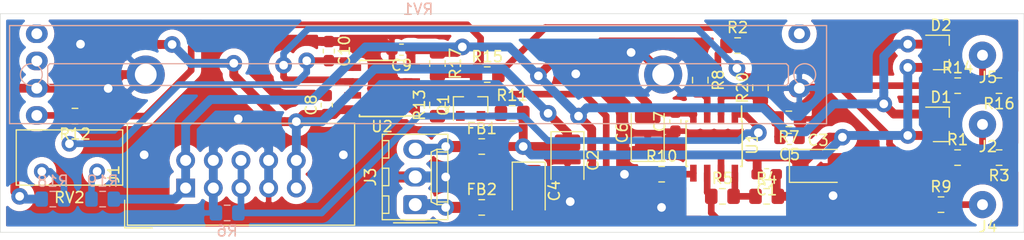
<source format=kicad_pcb>
(kicad_pcb (version 20171130) (host pcbnew 5.1.4-e60b266~84~ubuntu18.04.1)
  (layers (0 F.Cu signal) (31 B.Cu signal) (34 B.Paste user) (35 F.Paste user) (36 B.SilkS user) (37 F.SilkS user) (38 B.Mask user) (39 F.Mask user) (44 Edge.Cuts user))
  (net 0 "")
  (net 1 +5V)
  (net 2 GND)
  (net 3 -5V)
  (net 4 "Net-(C5-Pad2)")
  (net 5 "Net-(D1-Pad3)")
  (net 6 "Net-(D2-Pad3)")
  (net 7 "Net-(FB1-Pad1)")
  (net 8 "Net-(FB2-Pad1)")
  (net 9 "Net-(J1-Pad5)")
  (net 10 "Net-(J2-Pad1)")
  (net 11 "Net-(J4-Pad1)")
  (net 12 "Net-(J5-Pad1)")
  (net 13 "Net-(Q1-PadB)")
  (net 14 "Net-(Q1-PadE)")
  (net 15 "Net-(Q1-PadC)")
  (net 16 "Net-(R2-Pad1)")
  (net 17 "Net-(R4-Pad1)")
  (net 18 "Net-(R5-Pad1)")
  (net 19 "Net-(R10-Pad2)")
  (net 20 "Net-(R12-Pad2)")
  (net 21 "Net-(R12-Pad1)")
  (net 22 "Net-(R18-Pad1)")
  (net 23 "Net-(R19-Pad2)")
  (net 24 "Net-(C10-Pad2)")
  (net 25 "Net-(R20-Pad2)")
  (module synkie_footprints:R_0805_2012Metric_Pad1.15x1.40mm_HandSolder (layer F.Cu) (at 145.9865 57.5945 90)
    (fp_text reference R20 (at 0 -1.65 90) (layer F.SilkS))
    (fp_text value 3k)
    (pad 2 smd roundrect (at 1.025 0 90) (size 1.15 1.4) (layers F.Cu F.Paste F.Mask) (roundrect_rratio 0.217391) (net 25 "Net-(R20-Pad2)"))
    (pad 1 smd roundrect (at -1.025 0 90) (size 1.15 1.4) (layers F.Cu F.Paste F.Mask) (roundrect_rratio 0.217391) (net 4 "Net-(C5-Pad2)"))
  )
  (module synkie_footprints:C_0603_1608Metric_Pad1.05x0.95mm_HandSolder (layer F.Cu) (at 106.3625 54.229 270)
    (fp_text reference C10 (at 0 -1.43 90) (layer F.SilkS))
    (fp_text value 1u)
    (pad 2 smd roundrect (at 0.875 0 270) (size 1.05 0.95) (layers F.Cu F.Paste F.Mask) (net 24 "Net-(C10-Pad2)"))
    (pad 1 smd roundrect (at -0.875 0 270) (size 1.05 0.95) (layers F.Cu F.Paste F.Mask) (net 2 GND))
  )
  (module synkie_footprints:C_0603_1608Metric_Pad1.05x0.95mm_HandSolder (layer F.Cu) (at 148.6535 62.2935 180)
    (fp_text reference C5 (at 0 -1.43) (layer F.SilkS))
    (fp_text value 1u)
    (pad 2 smd roundrect (at 0.875 0 180) (size 1.05 0.95) (layers F.Cu F.Paste F.Mask) (net 4 "Net-(C5-Pad2)"))
    (pad 1 smd roundrect (at -0.875 0 180) (size 1.05 0.95) (layers F.Cu F.Paste F.Mask) (net 2 GND))
  )
  (module synkie_footprints:L_0805_2012Metric_Pad1.15x1.40mm_HandSolder (layer F.Cu) (at 120.396 68.58)
    (fp_text reference FB2 (at 0 -1.65) (layer F.SilkS))
    (fp_text value 330u)
    (pad 1 smd roundrect (at -1.025 0) (size 1.15 1.4) (layers F.Cu F.Paste F.Mask) (roundrect_rratio 0.217391) (net 8 "Net-(FB2-Pad1)"))
    (pad 2 smd roundrect (at 1.025 0) (size 1.15 1.4) (layers F.Cu F.Paste F.Mask) (roundrect_rratio 0.217391) (net 3 -5V))
  )
  (module synkie_footprints:L_0805_2012Metric_Pad1.15x1.40mm_HandSolder (layer F.Cu) (at 120.396 62.992)
    (fp_text reference FB1 (at 0 -1.65) (layer F.SilkS))
    (fp_text value 330u)
    (pad 1 smd roundrect (at -1.025 0) (size 1.15 1.4) (layers F.Cu F.Paste F.Mask) (roundrect_rratio 0.217391) (net 7 "Net-(FB1-Pad1)"))
    (pad 2 smd roundrect (at 1.025 0) (size 1.15 1.4) (layers F.Cu F.Paste F.Mask) (roundrect_rratio 0.217391) (net 1 +5V))
  )
  (module synkie_footprints:Potentiometer_Alps_RS6011xP_Slide (layer B.Cu) (at 114.554 56.388)
    (fp_text reference RV1 (at 0 -6) (layer B.SilkS) (effects (justify mirror)))
    (fp_text value 10k)
    (pad 5 thru_hole circle (at 22.5 0) (size 3.500001 3.500001) (drill 2) (layers *.Cu *.Mask) (net 2 GND))
    (pad 4 thru_hole circle (at -25 0) (size 3.500001 3.500001) (drill 2) (layers *.Cu *.Mask) (net 2 GND))
    (pad 3B thru_hole oval (at 35 -3.75) (size 2 1.7) (drill 1) (layers *.Cu *.Mask))
    (pad 3 thru_hole oval (at 35 1.25) (size 2 1.7) (drill 1) (layers *.Cu *.Mask) (net 2 GND))
    (pad 1B thru_hole oval (at -35 -3.75) (size 2 1.7) (drill 1) (layers *.Cu *.Mask))
    (pad 2B thru_hole oval (at -35 -1.25) (size 2 1.7) (drill 1) (layers *.Cu *.Mask))
    (pad 1 thru_hole oval (at -35 1.25) (size 2 1.7) (drill 1) (layers *.Cu *.Mask) (net 1 +5V))
    (pad 2 thru_hole oval (at -35 3.75) (size 2 1.7) (drill 1) (layers *.Cu *.Mask) (net 20 "Net-(R12-Pad2)"))
  )
  (module synkie_footprints:SOIC-8_3.9x4.9mm_P1.27mm (layer F.Cu) (at 111.252 57.658 180)
    (fp_text reference U2 (at 0 -3.5) (layer F.SilkS))
    (fp_text value LMH6643)
    (pad 8 smd rect (at 2.7 -1.905 180) (size 1.55 0.6) (layers F.Cu F.Paste F.Mask) (net 1 +5V))
    (pad 7 smd rect (at 2.7 -0.635 180) (size 1.55 0.6) (layers F.Cu F.Paste F.Mask) (net 25 "Net-(R20-Pad2)"))
    (pad 6 smd rect (at 2.7 0.635 180) (size 1.55 0.6) (layers F.Cu F.Paste F.Mask) (net 25 "Net-(R20-Pad2)"))
    (pad 5 smd rect (at 2.7 1.905 180) (size 1.55 0.6) (layers F.Cu F.Paste F.Mask) (net 24 "Net-(C10-Pad2)"))
    (pad 4 smd rect (at -2.7 1.905 180) (size 1.55 0.6) (layers F.Cu F.Paste F.Mask) (net 3 -5V))
    (pad 3 smd rect (at -2.7 0.635 180) (size 1.55 0.6) (layers F.Cu F.Paste F.Mask) (net 2 GND))
    (pad 2 smd rect (at -2.7 -0.635 180) (size 1.55 0.6) (layers F.Cu F.Paste F.Mask) (net 21 "Net-(R12-Pad1)"))
    (pad 1 smd rect (at -2.7 -1.905 180) (size 1.55 0.6) (layers F.Cu F.Paste F.Mask) (net 13 "Net-(Q1-PadB)"))
  )
  (module synkie_footprints:SOIC-8_3.9x4.9mm_P1.27mm (layer F.Cu) (at 141.732 62.738 270)
    (fp_text reference U1 (at 0 -3.5 90) (layer F.SilkS))
    (fp_text value LT1228)
    (pad 8 smd rect (at 2.7 -1.905 270) (size 1.55 0.6) (layers F.Cu F.Paste F.Mask) (net 17 "Net-(R4-Pad1)"))
    (pad 7 smd rect (at 2.7 -0.635 270) (size 1.55 0.6) (layers F.Cu F.Paste F.Mask) (net 1 +5V))
    (pad 6 smd rect (at 2.7 0.635 270) (size 1.55 0.6) (layers F.Cu F.Paste F.Mask) (net 18 "Net-(R5-Pad1)"))
    (pad 5 smd rect (at 2.7 1.905 270) (size 1.55 0.6) (layers F.Cu F.Paste F.Mask) (net 19 "Net-(R10-Pad2)"))
    (pad 4 smd rect (at -2.7 1.905 270) (size 1.55 0.6) (layers F.Cu F.Paste F.Mask) (net 3 -5V))
    (pad 3 smd rect (at -2.7 0.635 270) (size 1.55 0.6) (layers F.Cu F.Paste F.Mask) (net 16 "Net-(R2-Pad1)"))
    (pad 2 smd rect (at -2.7 -0.635 270) (size 1.55 0.6) (layers F.Cu F.Paste F.Mask) (net 4 "Net-(C5-Pad2)"))
    (pad 1 smd rect (at -2.7 -1.905 270) (size 1.55 0.6) (layers F.Cu F.Paste F.Mask) (net 9 "Net-(J1-Pad5)"))
  )
  (module synkie_footprints:Potentiometer_Bourns_3296Y_Vertical (layer F.Cu) (at 80.01 65.278 180)
    (fp_text reference RV2 (at -2.54 -2.39) (layer F.SilkS))
    (fp_text value 500)
    (pad 1 thru_hole circle (at 0 0 180) (size 1.44 1.44) (drill 0.8) (layers *.Cu *.Mask) (net 22 "Net-(R18-Pad1)"))
    (pad 2 thru_hole circle (at -2.54 2.54 180) (size 1.44 1.44) (drill 0.8) (layers *.Cu *.Mask) (net 24 "Net-(C10-Pad2)"))
    (pad 3 thru_hole circle (at -5.08 0 180) (size 1.44 1.44) (drill 0.8) (layers *.Cu *.Mask) (net 23 "Net-(R19-Pad2)"))
  )
  (module synkie_footprints:R_0805_2012Metric_Pad1.15x1.40mm_HandSolder (layer B.Cu) (at 85.598 67.818 180)
    (fp_text reference R19 (at 0 1.65) (layer B.SilkS) (effects (justify mirror)))
    (fp_text value 3k)
    (pad 2 smd roundrect (at 1.025 0 180) (size 1.15 1.4) (layers B.Cu B.Paste B.Mask) (roundrect_rratio 0.217391) (net 23 "Net-(R19-Pad2)"))
    (pad 1 smd roundrect (at -1.025 0 180) (size 1.15 1.4) (layers B.Cu B.Paste B.Mask) (roundrect_rratio 0.217391) (net 3 -5V))
  )
  (module synkie_footprints:R_0805_2012Metric_Pad1.15x1.40mm_HandSolder (layer B.Cu) (at 81.026 67.818 180)
    (fp_text reference R18 (at 0 1.65) (layer B.SilkS) (effects (justify mirror)))
    (fp_text value 3k)
    (pad 2 smd roundrect (at 1.025 0 180) (size 1.15 1.4) (layers B.Cu B.Paste B.Mask) (roundrect_rratio 0.217391) (net 1 +5V))
    (pad 1 smd roundrect (at -1.025 0 180) (size 1.15 1.4) (layers B.Cu B.Paste B.Mask) (roundrect_rratio 0.217391) (net 22 "Net-(R18-Pad1)"))
  )
  (module synkie_footprints:R_0805_2012Metric_Pad1.15x1.40mm_HandSolder (layer F.Cu) (at 116.332 55.372 270)
    (fp_text reference R17 (at 0 -1.65 90) (layer F.SilkS))
    (fp_text value 22k)
    (pad 2 smd roundrect (at 1.025 0 270) (size 1.15 1.4) (layers F.Cu F.Paste F.Mask) (roundrect_rratio 0.217391) (net 21 "Net-(R12-Pad1)"))
    (pad 1 smd roundrect (at -1.025 0 270) (size 1.15 1.4) (layers F.Cu F.Paste F.Mask) (roundrect_rratio 0.217391) (net 3 -5V))
  )
  (module synkie_footprints:R_0805_2012Metric_Pad1.15x1.40mm_HandSolder (layer F.Cu) (at 167.885 57.404 180)
    (fp_text reference R16 (at 0 -1.65) (layer F.SilkS))
    (fp_text value 47k)
    (pad 2 smd roundrect (at 1.025 0 180) (size 1.15 1.4) (layers F.Cu F.Paste F.Mask) (roundrect_rratio 0.217391) (net 12 "Net-(J5-Pad1)"))
    (pad 1 smd roundrect (at -1.025 0 180) (size 1.15 1.4) (layers F.Cu F.Paste F.Mask) (roundrect_rratio 0.217391) (net 2 GND))
  )
  (module synkie_footprints:R_0805_2012Metric_Pad1.15x1.40mm_HandSolder (layer F.Cu) (at 120.904 56.388)
    (fp_text reference R15 (at 0 -1.65) (layer F.SilkS))
    (fp_text value 22k)
    (pad 2 smd roundrect (at 1.025 0) (size 1.15 1.4) (layers F.Cu F.Paste F.Mask) (roundrect_rratio 0.217391) (net 6 "Net-(D2-Pad3)"))
    (pad 1 smd roundrect (at -1.025 0) (size 1.15 1.4) (layers F.Cu F.Paste F.Mask) (roundrect_rratio 0.217391) (net 21 "Net-(R12-Pad1)"))
  )
  (module synkie_footprints:R_0805_2012Metric_Pad1.15x1.40mm_HandSolder (layer F.Cu) (at 164.093 57.404)
    (fp_text reference R14 (at 0 -1.65) (layer F.SilkS))
    (fp_text value 100)
    (pad 2 smd roundrect (at 1.025 0) (size 1.15 1.4) (layers F.Cu F.Paste F.Mask) (roundrect_rratio 0.217391) (net 12 "Net-(J5-Pad1)"))
    (pad 1 smd roundrect (at -1.025 0) (size 1.15 1.4) (layers F.Cu F.Paste F.Mask) (roundrect_rratio 0.217391) (net 6 "Net-(D2-Pad3)"))
  )
  (module synkie_footprints:R_0805_2012Metric_Pad1.15x1.40mm_HandSolder (layer F.Cu) (at 116.332 59.182 90)
    (fp_text reference R13 (at 0 -1.65 90) (layer F.SilkS))
    (fp_text value 20k)
    (pad 2 smd roundrect (at 1.025 0 90) (size 1.15 1.4) (layers F.Cu F.Paste F.Mask) (roundrect_rratio 0.217391) (net 21 "Net-(R12-Pad1)"))
    (pad 1 smd roundrect (at -1.025 0 90) (size 1.15 1.4) (layers F.Cu F.Paste F.Mask) (roundrect_rratio 0.217391) (net 13 "Net-(Q1-PadB)"))
  )
  (module synkie_footprints:R_0805_2012Metric_Pad1.15x1.40mm_HandSolder (layer F.Cu) (at 83.058 60.198 180)
    (fp_text reference R12 (at 0 -1.65) (layer F.SilkS))
    (fp_text value 100k)
    (pad 2 smd roundrect (at 1.025 0 180) (size 1.15 1.4) (layers F.Cu F.Paste F.Mask) (roundrect_rratio 0.217391) (net 20 "Net-(R12-Pad2)"))
    (pad 1 smd roundrect (at -1.025 0 180) (size 1.15 1.4) (layers F.Cu F.Paste F.Mask) (roundrect_rratio 0.217391) (net 21 "Net-(R12-Pad1)"))
  )
  (module synkie_footprints:R_0805_2012Metric_Pad1.15x1.40mm_HandSolder (layer F.Cu) (at 123.19 59.944)
    (fp_text reference R11 (at 0 -1.65) (layer F.SilkS))
    (fp_text value 2k2)
    (pad 2 smd roundrect (at 1.025 0) (size 1.15 1.4) (layers F.Cu F.Paste F.Mask) (roundrect_rratio 0.217391) (net 1 +5V))
    (pad 1 smd roundrect (at -1.025 0) (size 1.15 1.4) (layers F.Cu F.Paste F.Mask) (roundrect_rratio 0.217391) (net 14 "Net-(Q1-PadE)"))
  )
  (module synkie_footprints:R_0805_2012Metric_Pad1.15x1.40mm_HandSolder (layer F.Cu) (at 136.915 65.532)
    (fp_text reference R10 (at 0 -1.65) (layer F.SilkS))
    (fp_text value 1k)
    (pad 2 smd roundrect (at 1.025 0) (size 1.15 1.4) (layers F.Cu F.Paste F.Mask) (roundrect_rratio 0.217391) (net 19 "Net-(R10-Pad2)"))
    (pad 1 smd roundrect (at -1.025 0) (size 1.15 1.4) (layers F.Cu F.Paste F.Mask) (roundrect_rratio 0.217391) (net 15 "Net-(Q1-PadC)"))
  )
  (module synkie_footprints:R_0805_2012Metric_Pad1.15x1.40mm_HandSolder (layer F.Cu) (at 162.56 68.326)
    (fp_text reference R9 (at 0 -1.65) (layer F.SilkS))
    (fp_text value 75)
    (pad 2 smd roundrect (at 1.025 0) (size 1.15 1.4) (layers F.Cu F.Paste F.Mask) (roundrect_rratio 0.217391) (net 11 "Net-(J4-Pad1)"))
    (pad 1 smd roundrect (at -1.025 0) (size 1.15 1.4) (layers F.Cu F.Paste F.Mask) (roundrect_rratio 0.217391) (net 18 "Net-(R5-Pad1)"))
  )
  (module synkie_footprints:R_0805_2012Metric_Pad1.15x1.40mm_HandSolder (layer F.Cu) (at 140.462 56.896 270)
    (fp_text reference R8 (at 0 -1.65 90) (layer F.SilkS))
    (fp_text value 100)
    (pad 2 smd roundrect (at 1.025 0 270) (size 1.15 1.4) (layers F.Cu F.Paste F.Mask) (roundrect_rratio 0.217391) (net 16 "Net-(R2-Pad1)"))
    (pad 1 smd roundrect (at -1.025 0 270) (size 1.15 1.4) (layers F.Cu F.Paste F.Mask) (roundrect_rratio 0.217391) (net 2 GND))
  )
  (module synkie_footprints:R_0805_2012Metric_Pad1.15x1.40mm_HandSolder (layer F.Cu) (at 148.59 60.452 180)
    (fp_text reference R7 (at 0 -1.65) (layer F.SilkS))
    (fp_text value 100)
    (pad 2 smd roundrect (at 1.025 0 180) (size 1.15 1.4) (layers F.Cu F.Paste F.Mask) (roundrect_rratio 0.217391) (net 4 "Net-(C5-Pad2)"))
    (pad 1 smd roundrect (at -1.025 0 180) (size 1.15 1.4) (layers F.Cu F.Paste F.Mask) (roundrect_rratio 0.217391) (net 2 GND))
  )
  (module synkie_footprints:R_0805_2012Metric_Pad1.15x1.40mm_HandSolder (layer B.Cu) (at 97.028 69.088)
    (fp_text reference R6 (at 0 1.65) (layer B.SilkS) (effects (justify mirror)))
    (fp_text value 560)
    (pad 2 smd roundrect (at 1.025 0) (size 1.15 1.4) (layers B.Cu B.Paste B.Mask) (roundrect_rratio 0.217391) (net 9 "Net-(J1-Pad5)"))
    (pad 1 smd roundrect (at -1.025 0) (size 1.15 1.4) (layers B.Cu B.Paste B.Mask) (roundrect_rratio 0.217391) (net 2 GND))
  )
  (module synkie_footprints:R_0805_2012Metric_Pad1.15x1.40mm_HandSolder (layer F.Cu) (at 142.494 67.564)
    (fp_text reference R5 (at 0 -1.65) (layer F.SilkS))
    (fp_text value 560)
    (pad 2 smd roundrect (at 1.025 0) (size 1.15 1.4) (layers F.Cu F.Paste F.Mask) (roundrect_rratio 0.217391) (net 17 "Net-(R4-Pad1)"))
    (pad 1 smd roundrect (at -1.025 0) (size 1.15 1.4) (layers F.Cu F.Paste F.Mask) (roundrect_rratio 0.217391) (net 18 "Net-(R5-Pad1)"))
  )
  (module synkie_footprints:R_0805_2012Metric_Pad1.15x1.40mm_HandSolder (layer F.Cu) (at 146.558 67.564)
    (fp_text reference R4 (at 0 -1.65) (layer F.SilkS))
    (fp_text value 120)
    (pad 2 smd roundrect (at 1.025 0) (size 1.15 1.4) (layers F.Cu F.Paste F.Mask) (roundrect_rratio 0.217391) (net 2 GND))
    (pad 1 smd roundrect (at -1.025 0) (size 1.15 1.4) (layers F.Cu F.Paste F.Mask) (roundrect_rratio 0.217391) (net 17 "Net-(R4-Pad1)"))
  )
  (module synkie_footprints:R_0805_2012Metric_Pad1.15x1.40mm_HandSolder (layer F.Cu) (at 167.894 64.008 180)
    (fp_text reference R3 (at 0 -1.65) (layer F.SilkS))
    (fp_text value 47k)
    (pad 2 smd roundrect (at 1.025 0 180) (size 1.15 1.4) (layers F.Cu F.Paste F.Mask) (roundrect_rratio 0.217391) (net 10 "Net-(J2-Pad1)"))
    (pad 1 smd roundrect (at -1.025 0 180) (size 1.15 1.4) (layers F.Cu F.Paste F.Mask) (roundrect_rratio 0.217391) (net 2 GND))
  )
  (module synkie_footprints:R_0805_2012Metric_Pad1.15x1.40mm_HandSolder (layer F.Cu) (at 143.891 53.721)
    (fp_text reference R2 (at 0 -1.65) (layer F.SilkS))
    (fp_text value 1k)
    (pad 2 smd roundrect (at 1.025 0) (size 1.15 1.4) (layers F.Cu F.Paste F.Mask) (roundrect_rratio 0.217391) (net 5 "Net-(D1-Pad3)"))
    (pad 1 smd roundrect (at -1.025 0) (size 1.15 1.4) (layers F.Cu F.Paste F.Mask) (roundrect_rratio 0.217391) (net 16 "Net-(R2-Pad1)"))
  )
  (module synkie_footprints:R_0805_2012Metric_Pad1.15x1.40mm_HandSolder (layer F.Cu) (at 164.084 64.008)
    (fp_text reference R1 (at 0 -1.65) (layer F.SilkS))
    (fp_text value 100)
    (pad 2 smd roundrect (at 1.025 0) (size 1.15 1.4) (layers F.Cu F.Paste F.Mask) (roundrect_rratio 0.217391) (net 10 "Net-(J2-Pad1)"))
    (pad 1 smd roundrect (at -1.025 0) (size 1.15 1.4) (layers F.Cu F.Paste F.Mask) (roundrect_rratio 0.217391) (net 5 "Net-(D1-Pad3)"))
  )
  (module synkie_footprints:SOT-23_BEC (layer F.Cu) (at 119.38 59.182 90)
    (fp_text reference Q1 (at 0 -2.5 90) (layer F.SilkS))
    (fp_text value PNP)
    (pad B smd rect (at -1 -0.95 90) (size 0.9 0.8) (layers F.Cu F.Paste F.Mask) (net 13 "Net-(Q1-PadB)"))
    (pad E smd rect (at -1 0.95 90) (size 0.9 0.8) (layers F.Cu F.Paste F.Mask) (net 14 "Net-(Q1-PadE)"))
    (pad C smd rect (at 1 0 90) (size 0.9 0.8) (layers F.Cu F.Paste F.Mask) (net 15 "Net-(Q1-PadC)"))
  )
  (module synkie_footprints:Solderpad_1mm (layer F.Cu) (at 166.878 54.864)
    (fp_text reference J5 (at 0 1.778) (layer F.SilkS))
    (fp_text value CV_1)
    (pad 1 thru_hole circle (at -0.508 -0.254) (size 2.5 2.5) (drill 1) (layers *.Cu *.Mask) (net 12 "Net-(J5-Pad1)"))
  )
  (module synkie_footprints:Solderpad_1mm (layer F.Cu) (at 166.878 68.58)
    (fp_text reference J4 (at 0 1.778) (layer F.SilkS))
    (fp_text value Out)
    (pad 1 thru_hole circle (at -0.508 -0.254) (size 2.5 2.5) (drill 1) (layers *.Cu *.Mask) (net 11 "Net-(J4-Pad1)"))
  )
  (module synkie_footprints:Molex_KK-254_AE-6410-03A_1x03_P2.54mm_Vertical (layer F.Cu) (at 114.3 68.326 90)
    (fp_text reference J3 (at 2.54 -4.12 90) (layer F.SilkS))
    (fp_text value Power)
    (pad 3 thru_hole oval (at 5.08 0 90) (size 1.74 2.2) (drill 1.2) (layers *.Cu *.Mask) (net 7 "Net-(FB1-Pad1)"))
    (pad 2 thru_hole oval (at 2.54 0 90) (size 1.74 2.2) (drill 1.2) (layers *.Cu *.Mask) (net 2 GND))
    (pad 1 thru_hole roundrect (at 0 0 90) (size 1.74 2.2) (drill 1.2) (layers *.Cu *.Mask) (roundrect_rratio 0.143678) (net 8 "Net-(FB2-Pad1)"))
  )
  (module synkie_footprints:Solderpad_1mm (layer F.Cu) (at 166.878 61.214)
    (fp_text reference J2 (at 0 1.778) (layer F.SilkS))
    (fp_text value In_1)
    (pad 1 thru_hole circle (at -0.508 -0.254) (size 2.5 2.5) (drill 1) (layers *.Cu *.Mask) (net 10 "Net-(J2-Pad1)"))
  )
  (module synkie_footprints:IDC-Header_2x05_P2.54mm_Vertical (layer F.Cu) (at 93.218 66.802 90)
    (fp_text reference J1 (at 1.27 -6.604 90) (layer F.SilkS))
    (fp_text value Conn_01x10)
    (pad 1 thru_hole rect (at 0 0 90) (size 1.7272 1.7272) (drill 1.016) (layers *.Cu *.Mask) (net 3 -5V))
    (pad 2 thru_hole oval (at 2.54 0 90) (size 1.7272 1.7272) (drill 1.016) (layers *.Cu *.Mask) (net 3 -5V))
    (pad 3 thru_hole oval (at 0 2.54 90) (size 1.7272 1.7272) (drill 1.016) (layers *.Cu *.Mask) (net 2 GND))
    (pad 4 thru_hole oval (at 2.54 2.54 90) (size 1.7272 1.7272) (drill 1.016) (layers *.Cu *.Mask) (net 2 GND))
    (pad 5 thru_hole oval (at 0 5.08 90) (size 1.7272 1.7272) (drill 1.016) (layers *.Cu *.Mask) (net 9 "Net-(J1-Pad5)"))
    (pad 6 thru_hole oval (at 2.54 5.08 90) (size 1.7272 1.7272) (drill 1.016) (layers *.Cu *.Mask) (net 9 "Net-(J1-Pad5)"))
    (pad 7 thru_hole oval (at 0 7.62 90) (size 1.7272 1.7272) (drill 1.016) (layers *.Cu *.Mask) (net 2 GND))
    (pad 8 thru_hole oval (at 2.54 7.62 90) (size 1.7272 1.7272) (drill 1.016) (layers *.Cu *.Mask) (net 2 GND))
    (pad 9 thru_hole oval (at 0 10.16 90) (size 1.7272 1.7272) (drill 1.016) (layers *.Cu *.Mask) (net 1 +5V))
    (pad 10 thru_hole oval (at 2.54 10.16 90) (size 1.7272 1.7272) (drill 1.016) (layers *.Cu *.Mask) (net 1 +5V))
  )
  (module synkie_footprints:SOT-23 (layer F.Cu) (at 162.56 54.356)
    (fp_text reference D2 (at 0 -2.5) (layer F.SilkS))
    (fp_text value BAT54S)
    (pad 3 smd rect (at 1 0) (size 0.9 0.8) (layers F.Cu F.Paste F.Mask) (net 6 "Net-(D2-Pad3)"))
    (pad 2 smd rect (at -1 0.95) (size 0.9 0.8) (layers F.Cu F.Paste F.Mask) (net 1 +5V))
    (pad 1 smd rect (at -1 -0.95) (size 0.9 0.8) (layers F.Cu F.Paste F.Mask) (net 3 -5V))
  )
  (module synkie_footprints:SOT-23 (layer F.Cu) (at 162.56 60.96)
    (fp_text reference D1 (at 0 -2.5) (layer F.SilkS))
    (fp_text value BAT54S)
    (pad 3 smd rect (at 1 0) (size 0.9 0.8) (layers F.Cu F.Paste F.Mask) (net 5 "Net-(D1-Pad3)"))
    (pad 2 smd rect (at -1 0.95) (size 0.9 0.8) (layers F.Cu F.Paste F.Mask) (net 1 +5V))
    (pad 1 smd rect (at -1 -0.95) (size 0.9 0.8) (layers F.Cu F.Paste F.Mask) (net 3 -5V))
  )
  (module synkie_footprints:C_0603_1608Metric_Pad1.05x0.95mm_HandSolder (layer F.Cu) (at 113.03 54.102 180)
    (fp_text reference C9 (at 0 -1.43) (layer F.SilkS))
    (fp_text value 100n)
    (pad 2 smd roundrect (at 0.875 0 180) (size 1.05 0.95) (layers F.Cu F.Paste F.Mask) (net 2 GND))
    (pad 1 smd roundrect (at -0.875 0 180) (size 1.05 0.95) (layers F.Cu F.Paste F.Mask) (net 3 -5V))
  )
  (module synkie_footprints:C_0603_1608Metric_Pad1.05x0.95mm_HandSolder (layer F.Cu) (at 106.172 59.182 90)
    (fp_text reference C8 (at 0 -1.43 90) (layer F.SilkS))
    (fp_text value 100n)
    (pad 2 smd roundrect (at 0.875 0 90) (size 1.05 0.95) (layers F.Cu F.Paste F.Mask) (net 2 GND))
    (pad 1 smd roundrect (at -0.875 0 90) (size 1.05 0.95) (layers F.Cu F.Paste F.Mask) (net 1 +5V))
  )
  (module synkie_footprints:C_0603_1608Metric_Pad1.05x0.95mm_HandSolder (layer F.Cu) (at 138.176 60.706 90)
    (fp_text reference C7 (at 0 -1.43 90) (layer F.SilkS))
    (fp_text value 100n)
    (pad 2 smd roundrect (at 0.875 0 90) (size 1.05 0.95) (layers F.Cu F.Paste F.Mask) (net 3 -5V))
    (pad 1 smd roundrect (at -0.875 0 90) (size 1.05 0.95) (layers F.Cu F.Paste F.Mask) (net 2 GND))
  )
  (module synkie_footprints:CP_EIA-3528-21_Kemet-B_Pad1.50x2.35mm_HandSolder (layer F.Cu) (at 135.636 61.722 90)
    (fp_text reference C6 (at 0 -2.35 90) (layer F.SilkS))
    (fp_text value 4u7)
    (pad 1 smd roundrect (at -1.625 0 90) (size 1.5 2.35) (layers F.Cu F.Paste F.Mask) (roundrect_rratio 0.166667) (net 2 GND))
    (pad 2 smd roundrect (at 1.625 0 90) (size 1.5 2.35) (layers F.Cu F.Paste F.Mask) (roundrect_rratio 0.166667) (net 3 -5V))
  )
  (module synkie_footprints:CP_EIA-3528-21_Kemet-B_Pad1.50x2.35mm_HandSolder (layer F.Cu) (at 124.714 67.056 270)
    (fp_text reference C4 (at 0 -2.35 90) (layer F.SilkS))
    (fp_text value 10u)
    (pad 2 smd roundrect (at 1.625 0 270) (size 1.5 2.35) (layers F.Cu F.Paste F.Mask) (roundrect_rratio 0.166667) (net 3 -5V))
    (pad 1 smd roundrect (at -1.625 0 270) (size 1.5 2.35) (layers F.Cu F.Paste F.Mask) (roundrect_rratio 0.166667) (net 2 GND))
  )
  (module synkie_footprints:CP_EIA-3528-21_Kemet-B_Pad1.50x2.35mm_HandSolder (layer F.Cu) (at 151.283 64.77)
    (fp_text reference C3 (at 0 -2.35) (layer F.SilkS))
    (fp_text value 4u7)
    (pad 2 smd roundrect (at 1.625 0) (size 1.5 2.35) (layers F.Cu F.Paste F.Mask) (roundrect_rratio 0.166667) (net 2 GND))
    (pad 1 smd roundrect (at -1.625 0) (size 1.5 2.35) (layers F.Cu F.Paste F.Mask) (roundrect_rratio 0.166667) (net 1 +5V))
  )
  (module synkie_footprints:CP_EIA-3528-21_Kemet-B_Pad1.50x2.35mm_HandSolder (layer F.Cu) (at 128.27 64.262 270)
    (fp_text reference C2 (at 0 -2.35 90) (layer F.SilkS))
    (fp_text value 10u)
    (pad 2 smd roundrect (at 1.625 0 270) (size 1.5 2.35) (layers F.Cu F.Paste F.Mask) (roundrect_rratio 0.166667) (net 2 GND))
    (pad 1 smd roundrect (at -1.625 0 270) (size 1.5 2.35) (layers F.Cu F.Paste F.Mask) (roundrect_rratio 0.166667) (net 1 +5V))
  )
  (module synkie_footprints:C_0603_1608Metric_Pad1.05x0.95mm_HandSolder (layer F.Cu) (at 146.558 65.532 180)
    (fp_text reference C1 (at 0 -1.43) (layer F.SilkS))
    (fp_text value 100n)
    (pad 2 smd roundrect (at 0.875 0 180) (size 1.05 0.95) (layers F.Cu F.Paste F.Mask) (net 1 +5V))
    (pad 1 smd roundrect (at -0.875 0 180) (size 1.05 0.95) (layers F.Cu F.Paste F.Mask) (net 2 GND))
  )
  (gr_line (start 76.2 70.866) (end 76.2 50.8) (layer Edge.Cuts) (width 0.05))
  (gr_line (start 170.18 70.866) (end 76.2 70.866) (layer Edge.Cuts) (width 0.05))
  (gr_line (start 170.18 50.8) (end 170.18 70.866) (layer Edge.Cuts) (width 0.05))
  (gr_line (start 76.2 50.8) (end 170.18 50.8) (layer Edge.Cuts) (width 0.05))
  (segment (start 103.378 64.262) (end 103.378 66.802) (width 0.8128) (layer B.Cu) (net 1))
  (segment (start 127.915 62.992) (end 128.27 62.637) (width 0.8128) (layer F.Cu) (net 1))
  (segment (start 124.206 60.753) (end 124.206 62.992) (width 0.8128) (layer F.Cu) (net 1))
  (segment (start 124.215 60.744) (end 124.206 60.753) (width 0.8128) (layer F.Cu) (net 1))
  (segment (start 124.215 59.944) (end 124.215 60.744) (width 0.8128) (layer F.Cu) (net 1))
  (segment (start 121.8835 62.992) (end 124.206 62.992) (width 0.8128) (layer F.Cu) (net 1))
  (segment (start 124.206 62.992) (end 127.915 62.992) (width 0.8128) (layer F.Cu) (net 1))
  (via (at 159.512 61.976) (size 1.524) (drill 0.8) (layers F.Cu B.Cu) (net 1))
  (segment (start 161.494 61.976) (end 161.56 61.91) (width 0.8128) (layer F.Cu) (net 1))
  (segment (start 159.512 61.976) (end 161.494 61.976) (width 0.8128) (layer F.Cu) (net 1))
  (via (at 159.512 55.7276) (size 1.524) (drill 0.8) (layers F.Cu B.Cu) (net 1))
  (segment (start 161.1384 55.7276) (end 161.56 55.306) (width 0.8128) (layer F.Cu) (net 1))
  (segment (start 159.512 55.7276) (end 161.1384 55.7276) (width 0.8128) (layer F.Cu) (net 1))
  (via (at 126.492 59.944) (size 1.524) (drill 0.8) (layers F.Cu B.Cu) (net 1))
  (via (at 91.975999 53.621999) (size 1.524) (drill 0.8) (layers F.Cu B.Cu) (net 1))
  (segment (start 128.27 62.637) (end 128.27 61.722) (width 0.8128) (layer F.Cu) (net 1))
  (segment (start 128.27 61.722) (end 126.492 59.944) (width 0.8128) (layer F.Cu) (net 1))
  (segment (start 124.206 62.992) (end 124.206 62.992) (width 0.8128) (layer F.Cu) (net 1))
  (via (at 124.206 62.992) (size 1.524) (drill 0.8) (layers F.Cu B.Cu) (net 1))
  (segment (start 142.367 64.0534) (end 142.671801 63.748599) (width 0.6096) (layer F.Cu) (net 1))
  (segment (start 142.671801 63.748599) (end 144.668521 63.748599) (width 0.6096) (layer F.Cu) (net 1))
  (segment (start 142.367 65.438) (end 142.367 64.0534) (width 0.6096) (layer F.Cu) (net 1))
  (segment (start 144.869212 63.94929) (end 144.668521 63.748599) (width 0.8128) (layer F.Cu) (net 1))
  (segment (start 149.658 64.77) (end 148.83729 63.94929) (width 0.8128) (layer F.Cu) (net 1))
  (segment (start 145.683 64.121) (end 145.85471 63.94929) (width 0.8128) (layer F.Cu) (net 1))
  (segment (start 145.683 65.532) (end 145.683 64.121) (width 0.8128) (layer F.Cu) (net 1))
  (segment (start 148.83729 63.94929) (end 145.85471 63.94929) (width 0.8128) (layer F.Cu) (net 1))
  (segment (start 145.85471 63.94929) (end 144.869212 63.94929) (width 0.8128) (layer F.Cu) (net 1))
  (via (at 97.63759 55.347243) (size 1.524) (drill 0.8) (layers F.Cu B.Cu) (net 1))
  (via (at 103.378018 60.706022) (size 1.524) (drill 0.8) (layers F.Cu B.Cu) (net 1))
  (segment (start 103.378 60.70604) (end 103.378018 60.706022) (width 0.8128) (layer B.Cu) (net 1))
  (segment (start 103.378 64.262) (end 103.378 60.70604) (width 0.8128) (layer B.Cu) (net 1))
  (segment (start 101.918739 60.706022) (end 102.300388 60.706022) (width 0.8128) (layer F.Cu) (net 1))
  (segment (start 97.63759 55.347243) (end 97.63759 56.424873) (width 0.8128) (layer F.Cu) (net 1))
  (segment (start 102.300388 60.706022) (end 103.378018 60.706022) (width 0.8128) (layer F.Cu) (net 1))
  (segment (start 97.63759 56.424873) (end 101.918739 60.706022) (width 0.8128) (layer F.Cu) (net 1))
  (segment (start 107.268999 59.609001) (end 108.552 59.609001) (width 0.8128) (layer F.Cu) (net 1))
  (segment (start 106.172 60.057) (end 106.821 60.057) (width 0.8128) (layer F.Cu) (net 1))
  (segment (start 106.821 60.057) (end 107.268999 59.609001) (width 0.8128) (layer F.Cu) (net 1))
  (segment (start 104.02704 60.057) (end 103.378018 60.706022) (width 0.8128) (layer F.Cu) (net 1))
  (segment (start 106.172 60.057) (end 104.02704 60.057) (width 0.8128) (layer F.Cu) (net 1))
  (segment (start 149.658 64.77) (end 152.292124 62.135876) (width 0.8128) (layer F.Cu) (net 1))
  (segment (start 151.882885 63.763129) (end 152.748139 62.897875) (width 0.8128) (layer B.Cu) (net 1))
  (segment (start 124.206 62.992) (end 124.977129 63.763129) (width 0.8128) (layer B.Cu) (net 1))
  (segment (start 159.512 61.976) (end 153.670014 61.976) (width 0.8128) (layer B.Cu) (net 1))
  (segment (start 124.977129 63.763129) (end 151.882885 63.763129) (width 0.8128) (layer B.Cu) (net 1))
  (segment (start 152.748139 62.897875) (end 153.510138 62.135876) (width 0.8128) (layer B.Cu) (net 1))
  (segment (start 152.292124 62.135876) (end 152.432508 62.135876) (width 0.8128) (layer F.Cu) (net 1))
  (segment (start 153.670014 61.976) (end 153.510138 62.135876) (width 0.8128) (layer B.Cu) (net 1))
  (segment (start 152.432508 62.135876) (end 153.510138 62.135876) (width 0.8128) (layer F.Cu) (net 1))
  (via (at 153.510138 62.135876) (size 1.524) (drill 0.8) (layers F.Cu B.Cu) (net 1))
  (segment (start 86.332001 53.621999) (end 90.898369 53.621999) (width 0.8128) (layer F.Cu) (net 1))
  (segment (start 90.898369 53.621999) (end 91.975999 53.621999) (width 0.8128) (layer F.Cu) (net 1))
  (segment (start 79.554 57.638) (end 82.316 57.638) (width 0.8128) (layer F.Cu) (net 1))
  (segment (start 82.316 57.638) (end 86.332001 53.621999) (width 0.8128) (layer F.Cu) (net 1))
  (via (at 77.978 67.564) (size 1.524) (drill 0.8) (layers F.Cu B.Cu) (net 1))
  (segment (start 77.53799 67.12399) (end 77.978 67.564) (width 0.8128) (layer F.Cu) (net 1))
  (segment (start 77.53799 57.84121) (end 77.53799 67.12399) (width 0.8128) (layer F.Cu) (net 1))
  (segment (start 79.554 57.638) (end 77.7412 57.638) (width 0.8128) (layer F.Cu) (net 1))
  (segment (start 77.7412 57.638) (end 77.53799 57.84121) (width 0.8128) (layer F.Cu) (net 1))
  (segment (start 78.232 67.818) (end 77.978 67.564) (width 0.8128) (layer B.Cu) (net 1))
  (segment (start 80.001 67.818) (end 78.232 67.818) (width 0.8128) (layer B.Cu) (net 1))
  (segment (start 104.455648 60.706022) (end 103.378018 60.706022) (width 0.8128) (layer B.Cu) (net 1))
  (segment (start 105.72563 60.706022) (end 104.455648 60.706022) (width 0.8128) (layer B.Cu) (net 1))
  (segment (start 110.551652 55.88) (end 105.72563 60.706022) (width 0.8128) (layer B.Cu) (net 1))
  (segment (start 126.492 59.944) (end 122.428 55.88) (width 0.8128) (layer B.Cu) (net 1))
  (segment (start 122.428 55.88) (end 110.551652 55.88) (width 0.8128) (layer B.Cu) (net 1))
  (segment (start 91.975999 53.621999) (end 93.726 55.372) (width 0.8128) (layer B.Cu) (net 1))
  (segment (start 93.750757 55.347243) (end 97.63759 55.347243) (width 0.8128) (layer B.Cu) (net 1))
  (segment (start 93.726 55.372) (end 93.750757 55.347243) (width 0.8128) (layer B.Cu) (net 1))
  (segment (start 159.512 61.976) (end 159.512 55.7276) (width 0.8128) (layer B.Cu) (net 1))
  (segment (start 168.91 63.999) (end 168.919 64.008) (width 0.8128) (layer F.Cu) (net 2))
  (segment (start 168.91 57.404) (end 168.91 63.999) (width 0.8128) (layer F.Cu) (net 2))
  (segment (start 136.41 63.347) (end 138.176 61.581) (width 0.8128) (layer F.Cu) (net 2))
  (segment (start 135.636 63.347) (end 136.41 63.347) (width 0.8128) (layer F.Cu) (net 2))
  (segment (start 100.838 64.262) (end 100.838 66.802) (width 0.8128) (layer B.Cu) (net 2))
  (segment (start 95.758 64.262) (end 95.758 66.802) (width 0.8128) (layer B.Cu) (net 2))
  (segment (start 100.847 64.253) (end 100.838 64.262) (width 0.8128) (layer B.Cu) (net 2))
  (segment (start 125.17 65.887) (end 124.714 65.431) (width 0.8128) (layer F.Cu) (net 2))
  (segment (start 128.27 65.887) (end 125.17 65.887) (width 0.8128) (layer F.Cu) (net 2))
  (segment (start 113.404902 57.027807) (end 113.952 57.027807) (width 0.6096) (layer F.Cu) (net 2))
  (segment (start 112.505885 57.027807) (end 113.404902 57.027807) (width 0.6096) (layer F.Cu) (net 2))
  (segment (start 112.155 54.102) (end 112.155 56.676922) (width 0.6096) (layer F.Cu) (net 2))
  (segment (start 112.155 56.676922) (end 112.505885 57.027807) (width 0.6096) (layer F.Cu) (net 2))
  (segment (start 112.059399 57.474293) (end 112.505885 57.027807) (width 1.016) (layer F.Cu) (net 2))
  (segment (start 112.184 65.786) (end 112.059399 65.661399) (width 1.016) (layer F.Cu) (net 2))
  (segment (start 114.3 65.786) (end 112.184 65.786) (width 1.016) (layer F.Cu) (net 2))
  (segment (start 112.013999 62.230001) (end 112.059399 62.184601) (width 0.8128) (layer F.Cu) (net 2))
  (segment (start 112.059399 62.184601) (end 112.059399 57.474293) (width 1.016) (layer F.Cu) (net 2))
  (segment (start 112.059399 65.661399) (end 112.059399 62.184601) (width 1.016) (layer F.Cu) (net 2))
  (segment (start 95.758 68.843) (end 96.003 69.088) (width 0.8128) (layer B.Cu) (net 2))
  (segment (start 95.758 66.802) (end 95.758 68.843) (width 0.8128) (layer B.Cu) (net 2))
  (segment (start 95.758 63.040686) (end 95.758 64.262) (width 0.8128) (layer B.Cu) (net 2))
  (segment (start 96.416287 62.382399) (end 95.758 63.040686) (width 0.8128) (layer B.Cu) (net 2))
  (segment (start 100.838 63.040686) (end 100.179713 62.382399) (width 0.8128) (layer B.Cu) (net 2))
  (segment (start 100.838 64.262) (end 100.838 63.040686) (width 0.8128) (layer B.Cu) (net 2))
  (via (at 98.044 60.452) (size 1.524) (drill 0.8) (layers F.Cu B.Cu) (net 2))
  (segment (start 100.179713 62.382399) (end 98.145601 62.382399) (width 0.8128) (layer B.Cu) (net 2))
  (segment (start 98.145601 62.382399) (end 96.416287 62.382399) (width 0.8128) (layer B.Cu) (net 2))
  (segment (start 150.185442 57.638) (end 149.554 57.638) (width 0.8128) (layer F.Cu) (net 2))
  (segment (start 149.139 58.053) (end 149.554 57.638) (width 0.8128) (layer F.Cu) (net 2))
  (segment (start 168.919 64.808) (end 168.919 64.008) (width 0.8128) (layer F.Cu) (net 2))
  (segment (start 168.00299 65.72401) (end 168.919 64.808) (width 0.8128) (layer F.Cu) (net 2))
  (via (at 136.906 68.58) (size 1.524) (drill 0.8) (layers F.Cu B.Cu) (net 2))
  (via (at 152.654 67.50201) (size 1.524) (drill 0.8) (layers F.Cu B.Cu) (net 2))
  (via (at 128.524 68.046968) (size 1.524) (drill 0.8) (layers F.Cu B.Cu) (net 2))
  (segment (start 128.27 65.887) (end 128.27 67.792968) (width 0.8128) (layer F.Cu) (net 2))
  (segment (start 128.27 67.792968) (end 128.524 68.046968) (width 0.8128) (layer F.Cu) (net 2))
  (segment (start 129.057032 68.58) (end 128.524 68.046968) (width 0.8128) (layer B.Cu) (net 2))
  (segment (start 136.906 68.58) (end 133.35 68.58) (width 0.8128) (layer B.Cu) (net 2))
  (segment (start 133.35 68.58) (end 129.057032 68.58) (width 0.8128) (layer B.Cu) (net 2))
  (segment (start 133.5024 64.2056) (end 133.5024 65.541129) (width 0.8128) (layer F.Cu) (net 2))
  (segment (start 135.636 63.347) (end 134.361 63.347) (width 0.8128) (layer F.Cu) (net 2))
  (via (at 133.5024 65.541129) (size 1.524) (drill 0.8) (layers F.Cu B.Cu) (net 2))
  (segment (start 134.361 63.347) (end 133.5024 64.2056) (width 0.8128) (layer F.Cu) (net 2))
  (segment (start 133.35 66.771159) (end 133.35 68.58) (width 0.8128) (layer B.Cu) (net 2))
  (segment (start 133.5024 66.618759) (end 133.35 66.771159) (width 0.8128) (layer B.Cu) (net 2))
  (segment (start 133.5024 65.541129) (end 133.5024 66.618759) (width 0.8128) (layer B.Cu) (net 2))
  (segment (start 152.908 67.24801) (end 152.654 67.50201) (width 0.8128) (layer F.Cu) (net 2))
  (segment (start 152.908 64.77) (end 152.908 67.24801) (width 0.8128) (layer F.Cu) (net 2))
  (segment (start 155.448 64.77) (end 155.448015 64.769985) (width 0.8128) (layer F.Cu) (net 2))
  (segment (start 152.908 64.77) (end 155.448 64.77) (width 0.8128) (layer F.Cu) (net 2))
  (segment (start 152.59201 67.564) (end 152.654 67.50201) (width 0.8128) (layer F.Cu) (net 2))
  (segment (start 147.583 67.564) (end 152.59201 67.564) (width 0.8128) (layer F.Cu) (net 2))
  (segment (start 147.433 67.414) (end 147.583 67.564) (width 0.8128) (layer F.Cu) (net 2))
  (segment (start 147.433 65.532) (end 147.433 67.414) (width 0.8128) (layer F.Cu) (net 2))
  (segment (start 98.044 62.280798) (end 98.044 60.452) (width 0.8128) (layer B.Cu) (net 2))
  (segment (start 98.145601 62.382399) (end 98.044 62.280798) (width 0.8128) (layer B.Cu) (net 2))
  (segment (start 95.859589 54.508411) (end 97.028001 53.339999) (width 0.8128) (layer F.Cu) (net 2))
  (segment (start 95.859589 58.267589) (end 95.859589 54.508411) (width 0.8128) (layer F.Cu) (net 2))
  (segment (start 98.044 60.452) (end 95.859589 58.267589) (width 0.8128) (layer F.Cu) (net 2))
  (segment (start 100.076001 56.336348) (end 100.076001 53.339999) (width 0.8128) (layer F.Cu) (net 2))
  (segment (start 102.046653 58.307) (end 100.076001 56.336348) (width 0.8128) (layer F.Cu) (net 2))
  (segment (start 97.028001 53.339999) (end 100.076001 53.339999) (width 0.8128) (layer F.Cu) (net 2))
  (segment (start 106.172 58.307) (end 102.046653 58.307) (width 0.8128) (layer F.Cu) (net 2))
  (via (at 89.408 63.754) (size 1.524) (drill 0.8) (layers F.Cu B.Cu) (net 2))
  (via (at 107.696 63.754) (size 1.524) (drill 0.8) (layers F.Cu B.Cu) (net 2))
  (via (at 129.032 56.3245) (size 1.524) (drill 0.8) (layers F.Cu B.Cu) (net 2))
  (via (at 83.566 53.594) (size 1.524) (drill 0.8) (layers F.Cu B.Cu) (net 2))
  (segment (start 150.33102 69.82499) (end 152.654 67.50201) (width 0.8128) (layer B.Cu) (net 2))
  (segment (start 136.906 68.58) (end 138.15099 69.82499) (width 0.8128) (layer B.Cu) (net 2))
  (segment (start 138.15099 69.82499) (end 150.33102 69.82499) (width 0.8128) (layer B.Cu) (net 2))
  (segment (start 151.526749 57.638) (end 155.448015 61.559266) (width 0.8128) (layer F.Cu) (net 2))
  (segment (start 155.448015 61.559266) (end 155.448015 64.769985) (width 0.8128) (layer F.Cu) (net 2))
  (segment (start 149.554 57.638) (end 151.526749 57.638) (width 0.8128) (layer F.Cu) (net 2))
  (via (at 86.106 57.658) (size 1.524) (drill 0.8) (layers F.Cu B.Cu) (net 2))
  (segment (start 87.376 56.388) (end 86.106 57.658) (width 0.8128) (layer F.Cu) (net 2))
  (segment (start 89.554 56.388) (end 87.376 56.388) (width 0.8128) (layer F.Cu) (net 2))
  (via (at 134.112 54.356) (size 1.524) (drill 0.8) (layers F.Cu B.Cu) (net 2))
  (segment (start 135.022 54.356) (end 137.054 56.388) (width 0.8128) (layer F.Cu) (net 2))
  (segment (start 134.112 54.356) (end 135.022 54.356) (width 0.8128) (layer F.Cu) (net 2))
  (via (at 117.094 65.786) (size 1.524) (drill 0.8) (layers F.Cu B.Cu) (net 2))
  (segment (start 124.359 65.786) (end 124.714 65.431) (width 1.016) (layer F.Cu) (net 2))
  (segment (start 117.094 65.786) (end 124.359 65.786) (width 1.016) (layer F.Cu) (net 2))
  (segment (start 117.094 65.786) (end 114.3 65.786) (width 1.016) (layer B.Cu) (net 2))
  (segment (start 135.98719 53.39081) (end 135.022 54.356) (width 0.8128) (layer F.Cu) (net 2))
  (segment (start 137.98181 53.39081) (end 135.98719 53.39081) (width 0.8128) (layer F.Cu) (net 2))
  (segment (start 140.462 55.871) (end 137.98181 53.39081) (width 0.8128) (layer F.Cu) (net 2))
  (segment (start 149.615 62.207) (end 149.5285 62.2935) (width 0.8128) (layer F.Cu) (net 2))
  (segment (start 149.615 60.452) (end 149.615 62.207) (width 0.8128) (layer F.Cu) (net 2))
  (segment (start 149.615 59.549749) (end 151.526749 57.638) (width 0.8128) (layer F.Cu) (net 2))
  (segment (start 149.615 60.452) (end 149.615 59.549749) (width 0.8128) (layer F.Cu) (net 2))
  (segment (start 111.378998 53.354) (end 106.3625 53.354) (width 0.8128) (layer F.Cu) (net 2))
  (segment (start 112.155 54.102) (end 111.392999 53.339999) (width 0.8128) (layer F.Cu) (net 2))
  (segment (start 111.392999 53.339999) (end 111.378998 53.354) (width 0.8128) (layer F.Cu) (net 2))
  (segment (start 105.773499 53.339999) (end 100.076001 53.339999) (width 0.8128) (layer F.Cu) (net 2))
  (segment (start 105.7875 53.354) (end 105.773499 53.339999) (width 0.8128) (layer F.Cu) (net 2))
  (segment (start 106.3625 53.354) (end 105.7875 53.354) (width 0.8128) (layer F.Cu) (net 2))
  (segment (start 156.40204 65.72401) (end 168.00299 65.72401) (width 0.8128) (layer F.Cu) (net 2))
  (segment (start 155.448015 64.769985) (end 156.40204 65.72401) (width 0.8128) (layer F.Cu) (net 2))
  (segment (start 135.902 59.831) (end 138.176 59.831) (width 0.8128) (layer F.Cu) (net 3))
  (segment (start 135.636 60.097) (end 135.902 59.831) (width 0.8128) (layer F.Cu) (net 3))
  (segment (start 139.573999 59.831) (end 139.780999 60.038) (width 0.8128) (layer F.Cu) (net 3))
  (segment (start 138.176 59.831) (end 139.573999 59.831) (width 0.8128) (layer F.Cu) (net 3))
  (segment (start 93.218 64.262) (end 93.218 66.802) (width 0.8128) (layer B.Cu) (net 3))
  (segment (start 92.202 67.818) (end 93.218 66.802) (width 0.8128) (layer B.Cu) (net 3))
  (segment (start 86.623 67.818) (end 92.202 67.818) (width 0.8128) (layer B.Cu) (net 3))
  (segment (start 113.905 55.659999) (end 113.952 55.706999) (width 0.8128) (layer F.Cu) (net 3))
  (segment (start 113.905 54.102) (end 113.905 55.659999) (width 0.8128) (layer F.Cu) (net 3))
  (segment (start 116.087 54.102) (end 116.332 54.347) (width 0.8128) (layer F.Cu) (net 3))
  (segment (start 113.905 54.102) (end 116.087 54.102) (width 0.8128) (layer F.Cu) (net 3))
  (via (at 118.618 53.848) (size 1.524) (drill 0.8) (layers F.Cu B.Cu) (net 3))
  (segment (start 116.332 54.347) (end 118.119 54.347) (width 0.8128) (layer F.Cu) (net 3))
  (segment (start 118.119 54.347) (end 118.618 53.848) (width 0.8128) (layer F.Cu) (net 3))
  (segment (start 124.613 68.58) (end 124.714 68.681) (width 0.8128) (layer F.Cu) (net 3))
  (segment (start 121.8835 68.58) (end 124.613 68.58) (width 0.8128) (layer F.Cu) (net 3))
  (via (at 159.512 53.594) (size 1.524) (drill 0.8) (layers F.Cu B.Cu) (net 3))
  (segment (start 161.372 53.594) (end 161.56 53.406) (width 0.8128) (layer F.Cu) (net 3))
  (segment (start 159.512 53.594) (end 161.372 53.594) (width 0.8128) (layer F.Cu) (net 3))
  (segment (start 93.218 60.96) (end 93.218 63.040686) (width 0.8128) (layer B.Cu) (net 3))
  (segment (start 93.218 63.040686) (end 93.218 64.262) (width 0.8128) (layer B.Cu) (net 3))
  (segment (start 109.728 53.848) (end 104.851186 58.724814) (width 0.8128) (layer B.Cu) (net 3))
  (segment (start 118.618 53.848) (end 109.728 53.848) (width 0.8128) (layer B.Cu) (net 3))
  (segment (start 104.851186 58.724814) (end 100.857828 58.724814) (width 0.8128) (layer B.Cu) (net 3))
  (segment (start 100.807014 58.674) (end 95.504 58.674) (width 0.8128) (layer B.Cu) (net 3))
  (segment (start 100.857828 58.724814) (end 100.807014 58.674) (width 0.8128) (layer B.Cu) (net 3))
  (segment (start 95.504 58.674) (end 93.218 60.96) (width 0.8128) (layer B.Cu) (net 3))
  (segment (start 122.936 53.848) (end 128.524001 59.436001) (width 0.8128) (layer B.Cu) (net 3))
  (via (at 129.286 60.198) (size 1.524) (drill 0.8) (layers F.Cu B.Cu) (net 3))
  (segment (start 128.524001 59.436001) (end 129.286 60.198) (width 0.8128) (layer B.Cu) (net 3))
  (segment (start 118.618 53.848) (end 122.936 53.848) (width 0.8128) (layer B.Cu) (net 3))
  (segment (start 125.85799 69.82499) (end 129.910461 69.82499) (width 0.8128) (layer F.Cu) (net 3))
  (segment (start 130.047999 60.959999) (end 129.286 60.198) (width 0.8128) (layer F.Cu) (net 3))
  (segment (start 129.910461 69.82499) (end 130.492502 69.242948) (width 0.8128) (layer F.Cu) (net 3))
  (segment (start 130.492502 69.242948) (end 130.492502 61.404502) (width 0.8128) (layer F.Cu) (net 3))
  (segment (start 124.714 68.681) (end 125.85799 69.82499) (width 0.8128) (layer F.Cu) (net 3))
  (segment (start 130.492502 61.404502) (end 130.047999 60.959999) (width 0.8128) (layer F.Cu) (net 3))
  (via (at 125.603 56.5056) (size 1.524) (drill 0.8) (layers F.Cu B.Cu) (net 3))
  (segment (start 161.56 60.01) (end 158.239033 60.01) (width 0.8128) (layer F.Cu) (net 3))
  (segment (start 158.239033 60.01) (end 158.071442 59.842409) (width 0.8128) (layer F.Cu) (net 3))
  (via (at 157.309443 59.08041) (size 1.524) (drill 0.8) (layers F.Cu B.Cu) (net 3))
  (segment (start 158.071442 59.842409) (end 157.309443 59.08041) (width 0.8128) (layer F.Cu) (net 3))
  (segment (start 152.697716 59.08041) (end 156.231813 59.08041) (width 0.8128) (layer B.Cu) (net 3))
  (segment (start 150.143441 61.634685) (end 152.697716 59.08041) (width 0.8128) (layer B.Cu) (net 3))
  (segment (start 156.231813 59.08041) (end 157.309443 59.08041) (width 0.8128) (layer B.Cu) (net 3))
  (segment (start 146.237875 59.436001) (end 148.436559 61.634685) (width 0.8128) (layer B.Cu) (net 3))
  (segment (start 157.309443 54.718927) (end 157.309443 58.00278) (width 0.8128) (layer B.Cu) (net 3))
  (segment (start 130.047999 59.436001) (end 146.237875 59.436001) (width 0.8128) (layer B.Cu) (net 3))
  (segment (start 129.286 60.198) (end 130.047999 59.436001) (width 0.8128) (layer B.Cu) (net 3))
  (segment (start 157.309443 58.00278) (end 157.309443 59.08041) (width 0.8128) (layer B.Cu) (net 3))
  (segment (start 158.43437 53.594) (end 157.309443 54.718927) (width 0.8128) (layer B.Cu) (net 3))
  (segment (start 148.436559 61.634685) (end 150.143441 61.634685) (width 0.8128) (layer B.Cu) (net 3))
  (segment (start 159.512 53.594) (end 158.43437 53.594) (width 0.8128) (layer B.Cu) (net 3))
  (segment (start 128.0066 54.102) (end 125.603 56.5056) (width 0.8128) (layer F.Cu) (net 3))
  (segment (start 135.636 60.097) (end 135.636 59.063682) (width 0.8128) (layer F.Cu) (net 3))
  (segment (start 130.674318 54.102) (end 128.0066 54.102) (width 0.8128) (layer F.Cu) (net 3))
  (segment (start 135.636 59.063682) (end 130.674318 54.102) (width 0.8128) (layer F.Cu) (net 3))
  (segment (start 142.367 58.6534) (end 142.367 60.038) (width 0.6096) (layer F.Cu) (net 4))
  (segment (start 142.367 58.587078) (end 142.367 58.6534) (width 0.6096) (layer F.Cu) (net 4))
  (segment (start 142.605479 58.348599) (end 142.367 58.587078) (width 0.6096) (layer F.Cu) (net 4))
  (segment (start 145.614772 58.6195) (end 145.343871 58.348599) (width 0.6096) (layer F.Cu) (net 4))
  (segment (start 145.343871 58.348599) (end 142.605479 58.348599) (width 0.6096) (layer F.Cu) (net 4))
  (segment (start 145.9865 58.6195) (end 145.614772 58.6195) (width 0.6096) (layer F.Cu) (net 4))
  (segment (start 145.9865 58.8735) (end 147.565 60.452) (width 0.6096) (layer F.Cu) (net 4))
  (segment (start 145.9865 58.6195) (end 145.9865 58.8735) (width 0.6096) (layer F.Cu) (net 4))
  (segment (start 147.565 62.08) (end 147.7785 62.2935) (width 0.6096) (layer F.Cu) (net 4))
  (segment (start 147.565 60.452) (end 147.565 62.08) (width 0.6096) (layer F.Cu) (net 4))
  (segment (start 108.552 57.023) (end 108.552 58.288191) (width 0.6096) (layer F.Cu) (net 25))
  (via (at 102.209599 55.524409) (size 1.524) (drill 0.8) (layers F.Cu B.Cu) (net 25))
  (segment (start 102.209599 56.602039) (end 102.209599 55.524409) (width 0.6096) (layer F.Cu) (net 25))
  (segment (start 106.886638 56.86759) (end 102.47515 56.86759) (width 0.6096) (layer F.Cu) (net 25))
  (segment (start 102.47515 56.86759) (end 102.209599 56.602039) (width 0.6096) (layer F.Cu) (net 25))
  (segment (start 107.042048 57.023) (end 106.886638 56.86759) (width 0.6096) (layer F.Cu) (net 25))
  (segment (start 108.552 57.023) (end 107.042048 57.023) (width 0.6096) (layer F.Cu) (net 25))
  (segment (start 163.56 63.507) (end 163.059 64.008) (width 0.6096) (layer F.Cu) (net 5))
  (segment (start 163.56 60.96) (end 163.56 63.507) (width 0.6096) (layer F.Cu) (net 5))
  (segment (start 157.835599 62.078942) (end 151.630248 55.873591) (width 0.6096) (layer F.Cu) (net 5))
  (segment (start 163.059 64.008) (end 159.062926 64.008) (width 0.6096) (layer F.Cu) (net 5))
  (segment (start 157.835599 62.780673) (end 157.835599 62.078942) (width 0.6096) (layer F.Cu) (net 5))
  (segment (start 159.062926 64.008) (end 157.835599 62.780673) (width 0.6096) (layer F.Cu) (net 5))
  (segment (start 151.630248 55.873591) (end 147.821589 55.873591) (width 0.6096) (layer F.Cu) (net 5))
  (segment (start 145.668998 53.721) (end 144.916 53.721) (width 0.6096) (layer F.Cu) (net 5))
  (segment (start 147.821589 55.873591) (end 145.668998 53.721) (width 0.6096) (layer F.Cu) (net 5))
  (segment (start 163.56 56.912) (end 163.068 57.404) (width 0.6096) (layer F.Cu) (net 6))
  (segment (start 163.56 54.356) (end 163.56 56.912) (width 0.6096) (layer F.Cu) (net 6))
  (segment (start 162.393 57.404) (end 163.068 57.404) (width 0.6096) (layer F.Cu) (net 6))
  (segment (start 121.929 56.388) (end 126.247 52.07) (width 0.6096) (layer F.Cu) (net 6))
  (segment (start 126.247 52.07) (end 145.742222 52.07) (width 0.6096) (layer F.Cu) (net 6))
  (segment (start 145.742222 52.07) (end 148.326602 54.65438) (width 0.6096) (layer F.Cu) (net 6))
  (segment (start 148.326602 54.65438) (end 152.19038 54.65438) (width 0.6096) (layer F.Cu) (net 6))
  (segment (start 152.19038 54.65438) (end 154.94 57.404) (width 0.6096) (layer F.Cu) (net 6))
  (segment (start 154.94 57.404) (end 162.393 57.404) (width 0.6096) (layer F.Cu) (net 6))
  (via (at 117.094 62.992) (size 1.524) (drill 0.8) (layers F.Cu B.Cu) (net 7))
  (segment (start 114.3 63.246) (end 116.84 63.246) (width 1.016) (layer B.Cu) (net 7))
  (segment (start 116.84 63.246) (end 117.094 62.992) (width 1.016) (layer B.Cu) (net 7))
  (segment (start 117.094 62.992) (end 119.371 62.992) (width 1.016) (layer F.Cu) (net 7))
  (segment (start 114.3 68.326) (end 116.84 68.326) (width 1.016) (layer B.Cu) (net 8))
  (via (at 117.094 68.58) (size 1.524) (drill 0.8) (layers F.Cu B.Cu) (net 8))
  (segment (start 116.84 68.326) (end 117.094 68.58) (width 1.016) (layer B.Cu) (net 8))
  (segment (start 117.094 68.58) (end 119.371 68.58) (width 1.016) (layer F.Cu) (net 8))
  (segment (start 98.298 64.262) (end 98.298 66.802) (width 0.6096) (layer B.Cu) (net 9))
  (segment (start 98.298 68.843) (end 98.053 69.088) (width 0.6096) (layer B.Cu) (net 9))
  (segment (start 98.298 66.802) (end 98.298 68.843) (width 0.6096) (layer B.Cu) (net 9))
  (segment (start 143.637 60.038) (end 144.5466 60.038) (width 0.6096) (layer F.Cu) (net 9))
  (via (at 145.796 61.722) (size 1.524) (drill 0.8) (layers F.Cu B.Cu) (net 9))
  (segment (start 144.5466 60.038) (end 145.796 61.2874) (width 0.6096) (layer F.Cu) (net 9))
  (segment (start 124.206 60.198) (end 126.450307 62.442307) (width 0.6096) (layer B.Cu) (net 9))
  (segment (start 126.450307 62.442307) (end 143.998063 62.442307) (width 0.6096) (layer B.Cu) (net 9))
  (segment (start 114.594464 60.198) (end 124.206 60.198) (width 0.6096) (layer B.Cu) (net 9))
  (segment (start 105.704464 69.088) (end 114.594464 60.198) (width 0.6096) (layer B.Cu) (net 9))
  (segment (start 145.796 61.2874) (end 145.796 61.722) (width 0.6096) (layer F.Cu) (net 9))
  (segment (start 143.998063 62.442307) (end 144.71837 61.722) (width 0.6096) (layer B.Cu) (net 9))
  (segment (start 144.71837 61.722) (end 145.796 61.722) (width 0.6096) (layer B.Cu) (net 9))
  (segment (start 98.053 69.088) (end 105.704464 69.088) (width 0.6096) (layer B.Cu) (net 9))
  (segment (start 166.37 60.96) (end 166.37 64.008) (width 0.6096) (layer F.Cu) (net 10))
  (segment (start 166.869 64.008) (end 166.37 64.008) (width 0.6096) (layer F.Cu) (net 10))
  (segment (start 166.37 64.008) (end 165.109 64.008) (width 0.6096) (layer F.Cu) (net 10))
  (segment (start 166.37 68.326) (end 163.585 68.326) (width 0.6096) (layer F.Cu) (net 11))
  (segment (start 166.37 54.61) (end 166.37 57.404) (width 0.6096) (layer F.Cu) (net 12))
  (segment (start 165.118 57.404) (end 166.37 57.404) (width 0.6096) (layer F.Cu) (net 12))
  (segment (start 166.37 57.404) (end 166.86 57.404) (width 0.6096) (layer F.Cu) (net 12))
  (segment (start 114.596 60.207) (end 116.332 60.207) (width 0.6096) (layer F.Cu) (net 13))
  (segment (start 113.952 59.563) (end 114.596 60.207) (width 0.6096) (layer F.Cu) (net 13))
  (segment (start 118.405 60.207) (end 118.43 60.182) (width 0.6096) (layer F.Cu) (net 13))
  (segment (start 116.332 60.207) (end 118.405 60.207) (width 0.6096) (layer F.Cu) (net 13))
  (segment (start 121.927 60.182) (end 122.165 59.944) (width 0.6096) (layer F.Cu) (net 14))
  (segment (start 120.33 60.182) (end 121.927 60.182) (width 0.6096) (layer F.Cu) (net 14))
  (segment (start 135.89 66.332) (end 135.89 65.532) (width 0.6096) (layer F.Cu) (net 15))
  (segment (start 119.38 58.182) (end 129.81 58.182) (width 0.6096) (layer F.Cu) (net 15))
  (segment (start 129.81 58.182) (end 131.826 60.198) (width 0.6096) (layer F.Cu) (net 15))
  (segment (start 131.826 60.198) (end 131.825999 66.345802) (width 0.6096) (layer F.Cu) (net 15))
  (segment (start 135.00447 67.21753) (end 135.89 66.332) (width 0.6096) (layer F.Cu) (net 15))
  (segment (start 131.825999 66.345802) (end 132.697727 67.21753) (width 0.6096) (layer F.Cu) (net 15))
  (segment (start 132.697727 67.21753) (end 135.00447 67.21753) (width 0.6096) (layer F.Cu) (net 15))
  (segment (start 141.101807 59.490902) (end 141.101807 60.038) (width 0.6096) (layer F.Cu) (net 16))
  (segment (start 140.462 57.921) (end 141.101807 58.560807) (width 0.6096) (layer F.Cu) (net 16))
  (segment (start 141.101807 58.560807) (end 141.101807 59.490902) (width 0.6096) (layer F.Cu) (net 16))
  (segment (start 142.866 53.721) (end 142.07641 54.51059) (width 0.6096) (layer F.Cu) (net 16))
  (segment (start 140.833728 57.921) (end 142.07641 56.678318) (width 0.6096) (layer F.Cu) (net 16))
  (segment (start 142.07641 56.678318) (end 142.07641 54.51059) (width 0.6096) (layer F.Cu) (net 16))
  (segment (start 140.462 57.921) (end 140.833728 57.921) (width 0.6096) (layer F.Cu) (net 16))
  (segment (start 143.637 67.446) (end 143.519 67.564) (width 0.6096) (layer F.Cu) (net 17))
  (segment (start 143.637 65.438) (end 143.637 67.446) (width 0.6096) (layer F.Cu) (net 17))
  (segment (start 143.519 67.564) (end 145.533 67.564) (width 0.6096) (layer F.Cu) (net 17))
  (segment (start 141.097 67.192) (end 141.469 67.564) (width 0.6096) (layer F.Cu) (net 18))
  (segment (start 141.097 65.438) (end 141.097 67.192) (width 0.6096) (layer F.Cu) (net 18))
  (segment (start 141.469 69.079) (end 141.469 67.564) (width 0.6096) (layer F.Cu) (net 18))
  (segment (start 142.24 69.85) (end 141.469 69.079) (width 0.6096) (layer F.Cu) (net 18))
  (segment (start 161.535 68.326) (end 160.011 69.85) (width 0.6096) (layer F.Cu) (net 18))
  (segment (start 160.011 69.85) (end 142.24 69.85) (width 0.6096) (layer F.Cu) (net 18))
  (segment (start 139.733 65.532) (end 139.827 65.438) (width 0.6096) (layer F.Cu) (net 19))
  (segment (start 137.94 65.532) (end 139.733 65.532) (width 0.6096) (layer F.Cu) (net 19))
  (segment (start 81.973 60.138) (end 82.033 60.198) (width 0.6096) (layer F.Cu) (net 20))
  (segment (start 79.554 60.138) (end 81.973 60.138) (width 0.6096) (layer F.Cu) (net 20))
  (segment (start 119.87 56.397) (end 119.879 56.388) (width 0.6096) (layer F.Cu) (net 21))
  (segment (start 116.332 56.397) (end 119.87 56.397) (width 0.6096) (layer F.Cu) (net 21))
  (segment (start 116.196 58.293) (end 116.332 58.157) (width 0.6096) (layer F.Cu) (net 21))
  (segment (start 113.952 58.293) (end 116.196 58.293) (width 0.6096) (layer F.Cu) (net 21))
  (segment (start 116.332 56.397) (end 116.332 58.157) (width 0.6096) (layer F.Cu) (net 21))
  (segment (start 119.879 55.588) (end 119.879 56.388) (width 0.6096) (layer F.Cu) (net 21))
  (segment (start 120.294401 55.172599) (end 119.879 55.588) (width 0.6096) (layer F.Cu) (net 21))
  (segment (start 120.294401 53.043327) (end 120.294401 55.172599) (width 0.6096) (layer F.Cu) (net 21))
  (segment (start 89.5207 60.198) (end 93.726 55.9927) (width 0.6096) (layer F.Cu) (net 21))
  (segment (start 84.083 60.198) (end 89.5207 60.198) (width 0.6096) (layer F.Cu) (net 21))
  (segment (start 119.067074 51.816) (end 120.294401 53.043327) (width 0.6096) (layer F.Cu) (net 21))
  (segment (start 93.726 55.9927) (end 93.726 53.848) (width 0.6096) (layer F.Cu) (net 21))
  (segment (start 93.726 53.848) (end 95.758 51.816) (width 0.6096) (layer F.Cu) (net 21))
  (segment (start 95.758 51.816) (end 119.067074 51.816) (width 0.6096) (layer F.Cu) (net 21))
  (segment (start 80.772 65.278) (end 80.01 65.278) (width 0.6096) (layer B.Cu) (net 22))
  (segment (start 82.051 67.818) (end 82.051 66.557) (width 0.6096) (layer B.Cu) (net 22))
  (segment (start 82.051 66.557) (end 80.772 65.278) (width 0.6096) (layer B.Cu) (net 22))
  (segment (start 84.573 65.795) (end 85.09 65.278) (width 0.6096) (layer B.Cu) (net 23))
  (segment (start 84.573 67.818) (end 84.573 65.795) (width 0.6096) (layer B.Cu) (net 23))
  (segment (start 87.147314 62.738) (end 92.582908 57.302406) (width 0.6096) (layer B.Cu) (net 24))
  (segment (start 92.582908 57.302406) (end 103.22764 57.302406) (width 0.6096) (layer B.Cu) (net 24))
  (via (at 104.334416 55.118) (size 1.524) (drill 0.8) (layers F.Cu B.Cu) (net 24))
  (segment (start 82.55 62.738) (end 87.147314 62.738) (width 0.6096) (layer B.Cu) (net 24))
  (segment (start 104.334416 56.19563) (end 104.334416 55.118) (width 0.6096) (layer B.Cu) (net 24))
  (segment (start 103.22764 57.302406) (end 104.334416 56.19563) (width 0.6096) (layer B.Cu) (net 24))
  (segment (start 107.903 55.104) (end 106.3625 55.104) (width 0.6096) (layer F.Cu) (net 24))
  (segment (start 108.552 55.753) (end 107.903 55.104) (width 0.6096) (layer F.Cu) (net 24))
  (segment (start 104.348416 55.104) (end 104.334416 55.118) (width 0.6096) (layer F.Cu) (net 24))
  (segment (start 106.3625 55.104) (end 104.348416 55.104) (width 0.6096) (layer F.Cu) (net 24))
  (via (at 143.8275 55.8165) (size 1.524) (drill 0.8) (layers F.Cu B.Cu) (net 25))
  (segment (start 145.9865 56.5695) (end 144.5805 56.5695) (width 0.6096) (layer F.Cu) (net 25))
  (segment (start 140.182599 52.171599) (end 143.065501 55.054501) (width 0.6096) (layer B.Cu) (net 25))
  (segment (start 143.065501 55.054501) (end 143.8275 55.8165) (width 0.6096) (layer B.Cu) (net 25))
  (segment (start 104.484779 52.171599) (end 140.182599 52.171599) (width 0.6096) (layer B.Cu) (net 25))
  (segment (start 144.5805 56.5695) (end 143.8275 55.8165) (width 0.6096) (layer F.Cu) (net 25))
  (segment (start 102.209599 54.446779) (end 104.484779 52.171599) (width 0.6096) (layer B.Cu) (net 25))
  (segment (start 102.209599 55.524409) (end 102.209599 54.446779) (width 0.6096) (layer B.Cu) (net 25))
  (zone (net 2) (net_name GND) (layer F.Cu) (connect_pads (clearance 0.508)) (min_thickness 0.254) (fill yes (arc_segments 32) (thermal_gap 0.508) (thermal_bridge_width 0.508))
    (polygon (pts (xy 76.2 50.8) (xy 170.18 50.8) (xy 170.18 70.866) (xy 76.2 70.866)))
  )
  (zone (net 2) (net_name GND) (layer B.Cu) (connect_pads (clearance 0.508)) (min_thickness 0.254) (fill yes (arc_segments 32) (thermal_gap 0.508) (thermal_bridge_width 0.508))
    (polygon (pts (xy 76.2 50.8) (xy 170.18 50.8) (xy 170.18 70.866) (xy 76.2 70.866)))
  )
  (zone (net 0) (net_name "") (layers F&B.Cu) (connect_pads (clearance 0.508)) (min_thickness 0.254)
    (keepout (tracks allowed) (vias allowed) (copperpour not_allowed))
    (fill (arc_segments 32) (thermal_gap 0.508) (thermal_bridge_width 0.508))
    (polygon (pts (xy 148.336 69.342) (xy 139.192 69.342) (xy 139.192 62.23) (xy 148.336 62.23)))
  )
)
</source>
